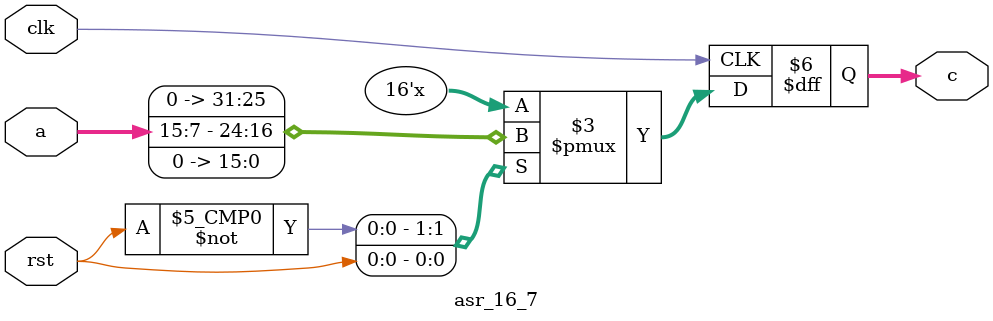
<source format=v>
module asr_16_7(
    a,
    c,
    clk,
    rst
);

input [15:0] a;
input clk, rst;
output [15:0] c;

always @ ( posedge clk )
begin
    case(rst)
        0: c = a >>> 7;
        1: c = 0;
    endcase
end
endmodule

</source>
